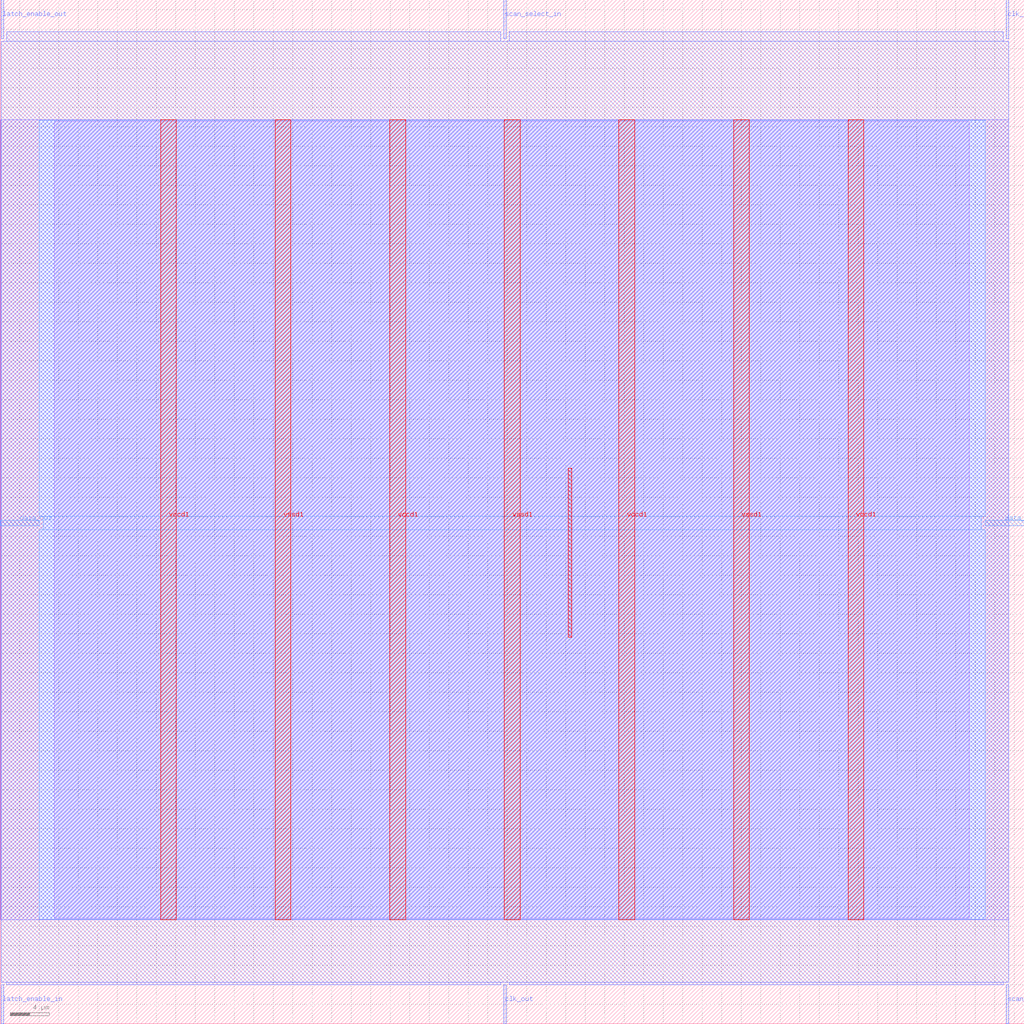
<source format=lef>
VERSION 5.7 ;
  NOWIREEXTENSIONATPIN ON ;
  DIVIDERCHAR "/" ;
  BUSBITCHARS "[]" ;
MACRO scan_wrapper_341497971083313748
  CLASS BLOCK ;
  FOREIGN scan_wrapper_341497971083313748 ;
  ORIGIN 0.000 0.000 ;
  SIZE 105.000 BY 105.000 ;
  PIN clk_in
    DIRECTION INPUT ;
    USE SIGNAL ;
    PORT
      LAYER met2 ;
        RECT 103.130 101.000 103.410 105.000 ;
    END
  END clk_in
  PIN clk_out
    DIRECTION OUTPUT TRISTATE ;
    USE SIGNAL ;
    PORT
      LAYER met2 ;
        RECT 51.610 0.000 51.890 4.000 ;
    END
  END clk_out
  PIN data_in
    DIRECTION INPUT ;
    USE SIGNAL ;
    PORT
      LAYER met3 ;
        RECT 101.000 51.040 105.000 51.640 ;
    END
  END data_in
  PIN data_out
    DIRECTION OUTPUT TRISTATE ;
    USE SIGNAL ;
    PORT
      LAYER met3 ;
        RECT 0.000 51.040 4.000 51.640 ;
    END
  END data_out
  PIN latch_enable_in
    DIRECTION INPUT ;
    USE SIGNAL ;
    PORT
      LAYER met2 ;
        RECT 0.090 0.000 0.370 4.000 ;
    END
  END latch_enable_in
  PIN latch_enable_out
    DIRECTION OUTPUT TRISTATE ;
    USE SIGNAL ;
    PORT
      LAYER met2 ;
        RECT 0.090 101.000 0.370 105.000 ;
    END
  END latch_enable_out
  PIN scan_select_in
    DIRECTION INPUT ;
    USE SIGNAL ;
    PORT
      LAYER met2 ;
        RECT 51.610 101.000 51.890 105.000 ;
    END
  END scan_select_in
  PIN scan_select_out
    DIRECTION OUTPUT TRISTATE ;
    USE SIGNAL ;
    PORT
      LAYER met2 ;
        RECT 103.130 0.000 103.410 4.000 ;
    END
  END scan_select_out
  PIN vccd1
    DIRECTION INOUT ;
    USE POWER ;
    PORT
      LAYER met4 ;
        RECT 16.465 10.640 18.065 92.720 ;
    END
    PORT
      LAYER met4 ;
        RECT 39.955 10.640 41.555 92.720 ;
    END
    PORT
      LAYER met4 ;
        RECT 63.445 10.640 65.045 92.720 ;
    END
    PORT
      LAYER met4 ;
        RECT 86.935 10.640 88.535 92.720 ;
    END
  END vccd1
  PIN vssd1
    DIRECTION INOUT ;
    USE GROUND ;
    PORT
      LAYER met4 ;
        RECT 28.210 10.640 29.810 92.720 ;
    END
    PORT
      LAYER met4 ;
        RECT 51.700 10.640 53.300 92.720 ;
    END
    PORT
      LAYER met4 ;
        RECT 75.190 10.640 76.790 92.720 ;
    END
  END vssd1
  OBS
      LAYER li1 ;
        RECT 5.520 10.795 99.360 92.565 ;
      LAYER met1 ;
        RECT 0.070 10.640 103.430 92.720 ;
      LAYER met2 ;
        RECT 0.650 100.720 51.330 101.730 ;
        RECT 52.170 100.720 102.850 101.730 ;
        RECT 0.100 4.280 103.400 100.720 ;
        RECT 0.650 4.000 51.330 4.280 ;
        RECT 52.170 4.000 102.850 4.280 ;
      LAYER met3 ;
        RECT 4.000 52.040 101.000 92.645 ;
        RECT 4.400 50.640 100.600 52.040 ;
        RECT 4.000 10.715 101.000 50.640 ;
      LAYER met4 ;
        RECT 58.255 39.615 58.585 56.945 ;
  END
END scan_wrapper_341497971083313748
END LIBRARY


</source>
